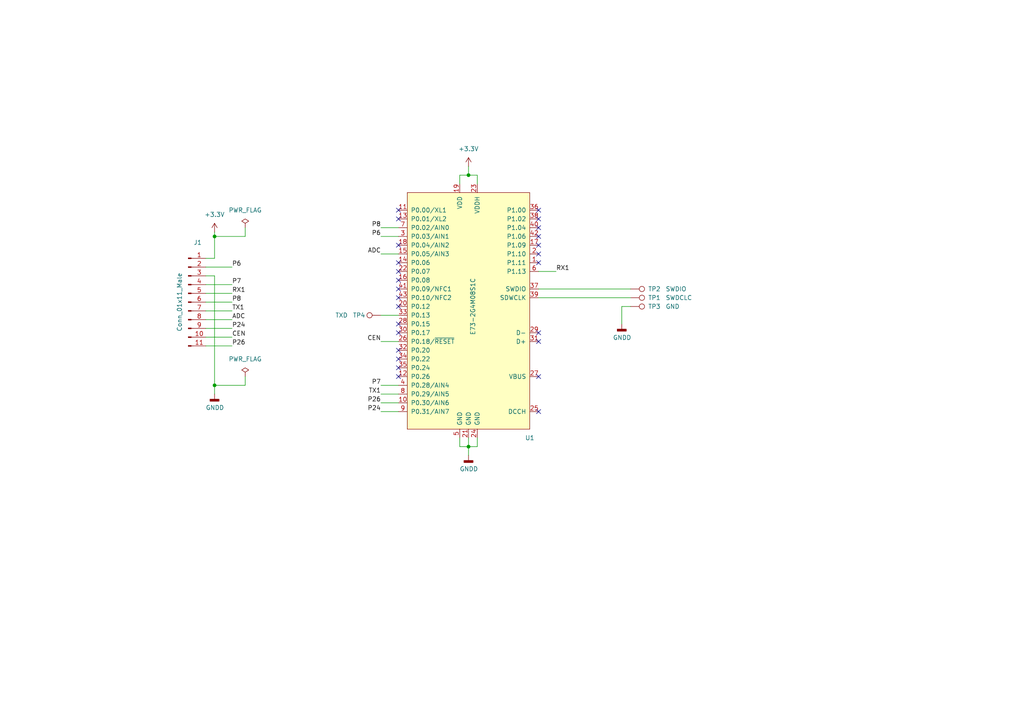
<source format=kicad_sch>
(kicad_sch (version 20211123) (generator eeschema)

  (uuid 51c4dc0a-5b9f-4edf-a83f-4a12881e42ef)

  (paper "A4")

  (lib_symbols
    (symbol "Connector:Conn_01x11_Male" (pin_names (offset 1.016) hide) (in_bom yes) (on_board yes)
      (property "Reference" "J" (id 0) (at 0 15.24 0)
        (effects (font (size 1.27 1.27)))
      )
      (property "Value" "Conn_01x11_Male" (id 1) (at 0 -15.24 0)
        (effects (font (size 1.27 1.27)))
      )
      (property "Footprint" "" (id 2) (at 0 0 0)
        (effects (font (size 1.27 1.27)) hide)
      )
      (property "Datasheet" "~" (id 3) (at 0 0 0)
        (effects (font (size 1.27 1.27)) hide)
      )
      (property "ki_keywords" "connector" (id 4) (at 0 0 0)
        (effects (font (size 1.27 1.27)) hide)
      )
      (property "ki_description" "Generic connector, single row, 01x11, script generated (kicad-library-utils/schlib/autogen/connector/)" (id 5) (at 0 0 0)
        (effects (font (size 1.27 1.27)) hide)
      )
      (property "ki_fp_filters" "Connector*:*_1x??_*" (id 6) (at 0 0 0)
        (effects (font (size 1.27 1.27)) hide)
      )
      (symbol "Conn_01x11_Male_1_1"
        (polyline
          (pts
            (xy 1.27 -12.7)
            (xy 0.8636 -12.7)
          )
          (stroke (width 0.1524) (type default) (color 0 0 0 0))
          (fill (type none))
        )
        (polyline
          (pts
            (xy 1.27 -10.16)
            (xy 0.8636 -10.16)
          )
          (stroke (width 0.1524) (type default) (color 0 0 0 0))
          (fill (type none))
        )
        (polyline
          (pts
            (xy 1.27 -7.62)
            (xy 0.8636 -7.62)
          )
          (stroke (width 0.1524) (type default) (color 0 0 0 0))
          (fill (type none))
        )
        (polyline
          (pts
            (xy 1.27 -5.08)
            (xy 0.8636 -5.08)
          )
          (stroke (width 0.1524) (type default) (color 0 0 0 0))
          (fill (type none))
        )
        (polyline
          (pts
            (xy 1.27 -2.54)
            (xy 0.8636 -2.54)
          )
          (stroke (width 0.1524) (type default) (color 0 0 0 0))
          (fill (type none))
        )
        (polyline
          (pts
            (xy 1.27 0)
            (xy 0.8636 0)
          )
          (stroke (width 0.1524) (type default) (color 0 0 0 0))
          (fill (type none))
        )
        (polyline
          (pts
            (xy 1.27 2.54)
            (xy 0.8636 2.54)
          )
          (stroke (width 0.1524) (type default) (color 0 0 0 0))
          (fill (type none))
        )
        (polyline
          (pts
            (xy 1.27 5.08)
            (xy 0.8636 5.08)
          )
          (stroke (width 0.1524) (type default) (color 0 0 0 0))
          (fill (type none))
        )
        (polyline
          (pts
            (xy 1.27 7.62)
            (xy 0.8636 7.62)
          )
          (stroke (width 0.1524) (type default) (color 0 0 0 0))
          (fill (type none))
        )
        (polyline
          (pts
            (xy 1.27 10.16)
            (xy 0.8636 10.16)
          )
          (stroke (width 0.1524) (type default) (color 0 0 0 0))
          (fill (type none))
        )
        (polyline
          (pts
            (xy 1.27 12.7)
            (xy 0.8636 12.7)
          )
          (stroke (width 0.1524) (type default) (color 0 0 0 0))
          (fill (type none))
        )
        (rectangle (start 0.8636 -12.573) (end 0 -12.827)
          (stroke (width 0.1524) (type default) (color 0 0 0 0))
          (fill (type outline))
        )
        (rectangle (start 0.8636 -10.033) (end 0 -10.287)
          (stroke (width 0.1524) (type default) (color 0 0 0 0))
          (fill (type outline))
        )
        (rectangle (start 0.8636 -7.493) (end 0 -7.747)
          (stroke (width 0.1524) (type default) (color 0 0 0 0))
          (fill (type outline))
        )
        (rectangle (start 0.8636 -4.953) (end 0 -5.207)
          (stroke (width 0.1524) (type default) (color 0 0 0 0))
          (fill (type outline))
        )
        (rectangle (start 0.8636 -2.413) (end 0 -2.667)
          (stroke (width 0.1524) (type default) (color 0 0 0 0))
          (fill (type outline))
        )
        (rectangle (start 0.8636 0.127) (end 0 -0.127)
          (stroke (width 0.1524) (type default) (color 0 0 0 0))
          (fill (type outline))
        )
        (rectangle (start 0.8636 2.667) (end 0 2.413)
          (stroke (width 0.1524) (type default) (color 0 0 0 0))
          (fill (type outline))
        )
        (rectangle (start 0.8636 5.207) (end 0 4.953)
          (stroke (width 0.1524) (type default) (color 0 0 0 0))
          (fill (type outline))
        )
        (rectangle (start 0.8636 7.747) (end 0 7.493)
          (stroke (width 0.1524) (type default) (color 0 0 0 0))
          (fill (type outline))
        )
        (rectangle (start 0.8636 10.287) (end 0 10.033)
          (stroke (width 0.1524) (type default) (color 0 0 0 0))
          (fill (type outline))
        )
        (rectangle (start 0.8636 12.827) (end 0 12.573)
          (stroke (width 0.1524) (type default) (color 0 0 0 0))
          (fill (type outline))
        )
        (pin passive line (at 5.08 12.7 180) (length 3.81)
          (name "Pin_1" (effects (font (size 1.27 1.27))))
          (number "1" (effects (font (size 1.27 1.27))))
        )
        (pin passive line (at 5.08 -10.16 180) (length 3.81)
          (name "Pin_10" (effects (font (size 1.27 1.27))))
          (number "10" (effects (font (size 1.27 1.27))))
        )
        (pin passive line (at 5.08 -12.7 180) (length 3.81)
          (name "Pin_11" (effects (font (size 1.27 1.27))))
          (number "11" (effects (font (size 1.27 1.27))))
        )
        (pin passive line (at 5.08 10.16 180) (length 3.81)
          (name "Pin_2" (effects (font (size 1.27 1.27))))
          (number "2" (effects (font (size 1.27 1.27))))
        )
        (pin passive line (at 5.08 7.62 180) (length 3.81)
          (name "Pin_3" (effects (font (size 1.27 1.27))))
          (number "3" (effects (font (size 1.27 1.27))))
        )
        (pin passive line (at 5.08 5.08 180) (length 3.81)
          (name "Pin_4" (effects (font (size 1.27 1.27))))
          (number "4" (effects (font (size 1.27 1.27))))
        )
        (pin passive line (at 5.08 2.54 180) (length 3.81)
          (name "Pin_5" (effects (font (size 1.27 1.27))))
          (number "5" (effects (font (size 1.27 1.27))))
        )
        (pin passive line (at 5.08 0 180) (length 3.81)
          (name "Pin_6" (effects (font (size 1.27 1.27))))
          (number "6" (effects (font (size 1.27 1.27))))
        )
        (pin passive line (at 5.08 -2.54 180) (length 3.81)
          (name "Pin_7" (effects (font (size 1.27 1.27))))
          (number "7" (effects (font (size 1.27 1.27))))
        )
        (pin passive line (at 5.08 -5.08 180) (length 3.81)
          (name "Pin_8" (effects (font (size 1.27 1.27))))
          (number "8" (effects (font (size 1.27 1.27))))
        )
        (pin passive line (at 5.08 -7.62 180) (length 3.81)
          (name "Pin_9" (effects (font (size 1.27 1.27))))
          (number "9" (effects (font (size 1.27 1.27))))
        )
      )
    )
    (symbol "Connector:TestPoint" (pin_numbers hide) (pin_names (offset 0.762) hide) (in_bom yes) (on_board yes)
      (property "Reference" "TP" (id 0) (at 0 6.858 0)
        (effects (font (size 1.27 1.27)))
      )
      (property "Value" "TestPoint" (id 1) (at 0 5.08 0)
        (effects (font (size 1.27 1.27)))
      )
      (property "Footprint" "" (id 2) (at 5.08 0 0)
        (effects (font (size 1.27 1.27)) hide)
      )
      (property "Datasheet" "~" (id 3) (at 5.08 0 0)
        (effects (font (size 1.27 1.27)) hide)
      )
      (property "ki_keywords" "test point tp" (id 4) (at 0 0 0)
        (effects (font (size 1.27 1.27)) hide)
      )
      (property "ki_description" "test point" (id 5) (at 0 0 0)
        (effects (font (size 1.27 1.27)) hide)
      )
      (property "ki_fp_filters" "Pin* Test*" (id 6) (at 0 0 0)
        (effects (font (size 1.27 1.27)) hide)
      )
      (symbol "TestPoint_0_1"
        (circle (center 0 3.302) (radius 0.762)
          (stroke (width 0) (type default) (color 0 0 0 0))
          (fill (type none))
        )
      )
      (symbol "TestPoint_1_1"
        (pin passive line (at 0 0 90) (length 2.54)
          (name "1" (effects (font (size 1.27 1.27))))
          (number "1" (effects (font (size 1.27 1.27))))
        )
      )
    )
    (symbol "nrf5:E73-2G4M08S1C" (pin_names (offset 1.016)) (in_bom yes) (on_board yes)
      (property "Reference" "U" (id 0) (at -15.24 -38.1 0)
        (effects (font (size 1.27 1.27)))
      )
      (property "Value" "E73-2G4M08S1C" (id 1) (at 0 0 90)
        (effects (font (size 1.27 1.27)))
      )
      (property "Footprint" "" (id 2) (at 0 0 0)
        (effects (font (size 1.27 1.27)) hide)
      )
      (property "Datasheet" "" (id 3) (at 0 0 0)
        (effects (font (size 1.27 1.27)) hide)
      )
      (property "ki_fp_filters" "E73-2G4M08S1C" (id 4) (at 0 0 0)
        (effects (font (size 1.27 1.27)) hide)
      )
      (symbol "E73-2G4M08S1C_0_1"
        (rectangle (start -17.78 33.02) (end 17.78 -35.56)
          (stroke (width 0) (type default) (color 0 0 0 0))
          (fill (type background))
        )
      )
      (symbol "E73-2G4M08S1C_1_1"
        (pin bidirectional line (at 20.32 12.7 180) (length 2.54)
          (name "P1.11" (effects (font (size 1.27 1.27))))
          (number "1" (effects (font (size 1.27 1.27))))
        )
        (pin bidirectional line (at -20.32 -27.94 0) (length 2.54)
          (name "P0.30/AIN6" (effects (font (size 1.27 1.27))))
          (number "10" (effects (font (size 1.27 1.27))))
        )
        (pin bidirectional line (at -20.32 27.94 0) (length 2.54)
          (name "P0.00/XL1" (effects (font (size 1.27 1.27))))
          (number "11" (effects (font (size 1.27 1.27))))
        )
        (pin bidirectional line (at -20.32 -20.32 0) (length 2.54)
          (name "P0.26" (effects (font (size 1.27 1.27))))
          (number "12" (effects (font (size 1.27 1.27))))
        )
        (pin bidirectional line (at -20.32 25.4 0) (length 2.54)
          (name "P0.01/XL2" (effects (font (size 1.27 1.27))))
          (number "13" (effects (font (size 1.27 1.27))))
        )
        (pin bidirectional line (at -20.32 12.7 0) (length 2.54)
          (name "P0.06" (effects (font (size 1.27 1.27))))
          (number "14" (effects (font (size 1.27 1.27))))
        )
        (pin bidirectional line (at -20.32 15.24 0) (length 2.54)
          (name "P0.05/AIN3" (effects (font (size 1.27 1.27))))
          (number "15" (effects (font (size 1.27 1.27))))
        )
        (pin bidirectional line (at -20.32 7.62 0) (length 2.54)
          (name "P0.08" (effects (font (size 1.27 1.27))))
          (number "16" (effects (font (size 1.27 1.27))))
        )
        (pin bidirectional line (at 20.32 17.78 180) (length 2.54)
          (name "P1.09" (effects (font (size 1.27 1.27))))
          (number "17" (effects (font (size 1.27 1.27))))
        )
        (pin bidirectional line (at -20.32 17.78 0) (length 2.54)
          (name "P0.04/AIN2" (effects (font (size 1.27 1.27))))
          (number "18" (effects (font (size 1.27 1.27))))
        )
        (pin power_in line (at -2.54 35.56 270) (length 2.54)
          (name "VDD" (effects (font (size 1.27 1.27))))
          (number "19" (effects (font (size 1.27 1.27))))
        )
        (pin bidirectional line (at 20.32 15.24 180) (length 2.54)
          (name "P1.10" (effects (font (size 1.27 1.27))))
          (number "2" (effects (font (size 1.27 1.27))))
        )
        (pin bidirectional line (at -20.32 0 0) (length 2.54)
          (name "P0.12" (effects (font (size 1.27 1.27))))
          (number "20" (effects (font (size 1.27 1.27))))
        )
        (pin power_in line (at 0 -38.1 90) (length 2.54)
          (name "GND" (effects (font (size 1.27 1.27))))
          (number "21" (effects (font (size 1.27 1.27))))
        )
        (pin bidirectional line (at -20.32 10.16 0) (length 2.54)
          (name "P0.07" (effects (font (size 1.27 1.27))))
          (number "22" (effects (font (size 1.27 1.27))))
        )
        (pin power_in line (at 2.54 35.56 270) (length 2.54)
          (name "VDDH" (effects (font (size 1.27 1.27))))
          (number "23" (effects (font (size 1.27 1.27))))
        )
        (pin power_in line (at 2.54 -38.1 90) (length 2.54)
          (name "GND" (effects (font (size 1.27 1.27))))
          (number "24" (effects (font (size 1.27 1.27))))
        )
        (pin power_out line (at 20.32 -30.48 180) (length 2.54)
          (name "DCCH" (effects (font (size 1.27 1.27))))
          (number "25" (effects (font (size 1.27 1.27))))
        )
        (pin bidirectional line (at -20.32 -10.16 0) (length 2.54)
          (name "P0.18/~{RESET}" (effects (font (size 1.27 1.27))))
          (number "26" (effects (font (size 1.27 1.27))))
        )
        (pin power_in line (at 20.32 -20.32 180) (length 2.54)
          (name "VBUS" (effects (font (size 1.27 1.27))))
          (number "27" (effects (font (size 1.27 1.27))))
        )
        (pin bidirectional line (at -20.32 -5.08 0) (length 2.54)
          (name "P0.15" (effects (font (size 1.27 1.27))))
          (number "28" (effects (font (size 1.27 1.27))))
        )
        (pin bidirectional line (at 20.32 -7.62 180) (length 2.54)
          (name "D-" (effects (font (size 1.27 1.27))))
          (number "29" (effects (font (size 1.27 1.27))))
        )
        (pin bidirectional line (at -20.32 20.32 0) (length 2.54)
          (name "P0.03/AIN1" (effects (font (size 1.27 1.27))))
          (number "3" (effects (font (size 1.27 1.27))))
        )
        (pin bidirectional line (at -20.32 -7.62 0) (length 2.54)
          (name "P0.17" (effects (font (size 1.27 1.27))))
          (number "30" (effects (font (size 1.27 1.27))))
        )
        (pin bidirectional line (at 20.32 -10.16 180) (length 2.54)
          (name "D+" (effects (font (size 1.27 1.27))))
          (number "31" (effects (font (size 1.27 1.27))))
        )
        (pin bidirectional line (at -20.32 -12.7 0) (length 2.54)
          (name "P0.20" (effects (font (size 1.27 1.27))))
          (number "32" (effects (font (size 1.27 1.27))))
        )
        (pin bidirectional line (at -20.32 -2.54 0) (length 2.54)
          (name "P0.13" (effects (font (size 1.27 1.27))))
          (number "33" (effects (font (size 1.27 1.27))))
        )
        (pin bidirectional line (at -20.32 -15.24 0) (length 2.54)
          (name "P0.22" (effects (font (size 1.27 1.27))))
          (number "34" (effects (font (size 1.27 1.27))))
        )
        (pin bidirectional line (at -20.32 -17.78 0) (length 2.54)
          (name "P0.24" (effects (font (size 1.27 1.27))))
          (number "35" (effects (font (size 1.27 1.27))))
        )
        (pin bidirectional line (at 20.32 27.94 180) (length 2.54)
          (name "P1.00" (effects (font (size 1.27 1.27))))
          (number "36" (effects (font (size 1.27 1.27))))
        )
        (pin bidirectional line (at 20.32 5.08 180) (length 2.54)
          (name "SWDIO" (effects (font (size 1.27 1.27))))
          (number "37" (effects (font (size 1.27 1.27))))
        )
        (pin bidirectional line (at 20.32 25.4 180) (length 2.54)
          (name "P1.02" (effects (font (size 1.27 1.27))))
          (number "38" (effects (font (size 1.27 1.27))))
        )
        (pin input line (at 20.32 2.54 180) (length 2.54)
          (name "SDWCLK" (effects (font (size 1.27 1.27))))
          (number "39" (effects (font (size 1.27 1.27))))
        )
        (pin bidirectional line (at -20.32 -22.86 0) (length 2.54)
          (name "P0.28/AIN4" (effects (font (size 1.27 1.27))))
          (number "4" (effects (font (size 1.27 1.27))))
        )
        (pin bidirectional line (at 20.32 22.86 180) (length 2.54)
          (name "P1.04" (effects (font (size 1.27 1.27))))
          (number "40" (effects (font (size 1.27 1.27))))
        )
        (pin bidirectional line (at -20.32 5.08 0) (length 2.54)
          (name "P0.09/NFC1" (effects (font (size 1.27 1.27))))
          (number "41" (effects (font (size 1.27 1.27))))
        )
        (pin bidirectional line (at 20.32 20.32 180) (length 2.54)
          (name "P1.06" (effects (font (size 1.27 1.27))))
          (number "42" (effects (font (size 1.27 1.27))))
        )
        (pin bidirectional line (at -20.32 2.54 0) (length 2.54)
          (name "P0.10/NFC2" (effects (font (size 1.27 1.27))))
          (number "43" (effects (font (size 1.27 1.27))))
        )
        (pin power_in line (at -2.54 -38.1 90) (length 2.54)
          (name "GND" (effects (font (size 1.27 1.27))))
          (number "5" (effects (font (size 1.27 1.27))))
        )
        (pin bidirectional line (at 20.32 10.16 180) (length 2.54)
          (name "P1.13" (effects (font (size 1.27 1.27))))
          (number "6" (effects (font (size 1.27 1.27))))
        )
        (pin bidirectional line (at -20.32 22.86 0) (length 2.54)
          (name "P0.02/AIN0" (effects (font (size 1.27 1.27))))
          (number "7" (effects (font (size 1.27 1.27))))
        )
        (pin bidirectional line (at -20.32 -25.4 0) (length 2.54)
          (name "P0.29/AIN5" (effects (font (size 1.27 1.27))))
          (number "8" (effects (font (size 1.27 1.27))))
        )
        (pin bidirectional line (at -20.32 -30.48 0) (length 2.54)
          (name "P0.31/AIN7" (effects (font (size 1.27 1.27))))
          (number "9" (effects (font (size 1.27 1.27))))
        )
      )
    )
    (symbol "power:+3.3V" (power) (pin_names (offset 0)) (in_bom yes) (on_board yes)
      (property "Reference" "#PWR" (id 0) (at 0 -3.81 0)
        (effects (font (size 1.27 1.27)) hide)
      )
      (property "Value" "+3.3V" (id 1) (at 0 3.556 0)
        (effects (font (size 1.27 1.27)))
      )
      (property "Footprint" "" (id 2) (at 0 0 0)
        (effects (font (size 1.27 1.27)) hide)
      )
      (property "Datasheet" "" (id 3) (at 0 0 0)
        (effects (font (size 1.27 1.27)) hide)
      )
      (property "ki_keywords" "power-flag" (id 4) (at 0 0 0)
        (effects (font (size 1.27 1.27)) hide)
      )
      (property "ki_description" "Power symbol creates a global label with name \"+3.3V\"" (id 5) (at 0 0 0)
        (effects (font (size 1.27 1.27)) hide)
      )
      (symbol "+3.3V_0_1"
        (polyline
          (pts
            (xy -0.762 1.27)
            (xy 0 2.54)
          )
          (stroke (width 0) (type default) (color 0 0 0 0))
          (fill (type none))
        )
        (polyline
          (pts
            (xy 0 0)
            (xy 0 2.54)
          )
          (stroke (width 0) (type default) (color 0 0 0 0))
          (fill (type none))
        )
        (polyline
          (pts
            (xy 0 2.54)
            (xy 0.762 1.27)
          )
          (stroke (width 0) (type default) (color 0 0 0 0))
          (fill (type none))
        )
      )
      (symbol "+3.3V_1_1"
        (pin power_in line (at 0 0 90) (length 0) hide
          (name "+3.3V" (effects (font (size 1.27 1.27))))
          (number "1" (effects (font (size 1.27 1.27))))
        )
      )
    )
    (symbol "power:GNDD" (power) (pin_names (offset 0)) (in_bom yes) (on_board yes)
      (property "Reference" "#PWR" (id 0) (at 0 -6.35 0)
        (effects (font (size 1.27 1.27)) hide)
      )
      (property "Value" "GNDD" (id 1) (at 0 -3.175 0)
        (effects (font (size 1.27 1.27)))
      )
      (property "Footprint" "" (id 2) (at 0 0 0)
        (effects (font (size 1.27 1.27)) hide)
      )
      (property "Datasheet" "" (id 3) (at 0 0 0)
        (effects (font (size 1.27 1.27)) hide)
      )
      (property "ki_keywords" "power-flag" (id 4) (at 0 0 0)
        (effects (font (size 1.27 1.27)) hide)
      )
      (property "ki_description" "Power symbol creates a global label with name \"GNDD\" , digital ground" (id 5) (at 0 0 0)
        (effects (font (size 1.27 1.27)) hide)
      )
      (symbol "GNDD_0_1"
        (rectangle (start -1.27 -1.524) (end 1.27 -2.032)
          (stroke (width 0.254) (type default) (color 0 0 0 0))
          (fill (type outline))
        )
        (polyline
          (pts
            (xy 0 0)
            (xy 0 -1.524)
          )
          (stroke (width 0) (type default) (color 0 0 0 0))
          (fill (type none))
        )
      )
      (symbol "GNDD_1_1"
        (pin power_in line (at 0 0 270) (length 0) hide
          (name "GNDD" (effects (font (size 1.27 1.27))))
          (number "1" (effects (font (size 1.27 1.27))))
        )
      )
    )
    (symbol "power:PWR_FLAG" (power) (pin_numbers hide) (pin_names (offset 0) hide) (in_bom yes) (on_board yes)
      (property "Reference" "#FLG" (id 0) (at 0 1.905 0)
        (effects (font (size 1.27 1.27)) hide)
      )
      (property "Value" "PWR_FLAG" (id 1) (at 0 3.81 0)
        (effects (font (size 1.27 1.27)))
      )
      (property "Footprint" "" (id 2) (at 0 0 0)
        (effects (font (size 1.27 1.27)) hide)
      )
      (property "Datasheet" "~" (id 3) (at 0 0 0)
        (effects (font (size 1.27 1.27)) hide)
      )
      (property "ki_keywords" "power-flag" (id 4) (at 0 0 0)
        (effects (font (size 1.27 1.27)) hide)
      )
      (property "ki_description" "Special symbol for telling ERC where power comes from" (id 5) (at 0 0 0)
        (effects (font (size 1.27 1.27)) hide)
      )
      (symbol "PWR_FLAG_0_0"
        (pin power_out line (at 0 0 90) (length 0)
          (name "pwr" (effects (font (size 1.27 1.27))))
          (number "1" (effects (font (size 1.27 1.27))))
        )
      )
      (symbol "PWR_FLAG_0_1"
        (polyline
          (pts
            (xy 0 0)
            (xy 0 1.27)
            (xy -1.016 1.905)
            (xy 0 2.54)
            (xy 1.016 1.905)
            (xy 0 1.27)
          )
          (stroke (width 0) (type default) (color 0 0 0 0))
          (fill (type none))
        )
      )
    )
  )


  (junction (at 135.89 129.54) (diameter 0) (color 0 0 0 0)
    (uuid 0d0bb7b2-a6e5-46d2-9492-a1aa6e5a7b2f)
  )
  (junction (at 62.23 68.58) (diameter 0) (color 0 0 0 0)
    (uuid 1b9b7c7b-49ec-4598-a039-83ef57d57257)
  )
  (junction (at 135.89 50.8) (diameter 0) (color 0 0 0 0)
    (uuid c1d83899-e380-49f9-a87d-8e78bc089ebf)
  )
  (junction (at 62.23 111.76) (diameter 0) (color 0 0 0 0)
    (uuid f537c6cd-ff6c-4a26-b76e-edf3128f79ac)
  )

  (no_connect (at 115.57 71.12) (uuid 03c52831-5dc5-43c5-a442-8d23643b46fb))
  (no_connect (at 115.57 106.68) (uuid 0923b82e-468b-4a48-b204-ed7502b19d36))
  (no_connect (at 115.57 78.74) (uuid 0b21a65d-d20b-411e-920a-75c343ac5136))
  (no_connect (at 115.57 101.6) (uuid 0eaa98f0-9565-4637-ace3-42a5231b07f7))
  (no_connect (at 115.57 63.5) (uuid 0f22151c-f260-4674-b486-4710a2c42a55))
  (no_connect (at 156.21 99.06) (uuid 1860e030-7a36-4298-b7fc-a16d48ab15ba))
  (no_connect (at 115.57 86.36) (uuid 29e78086-2175-405e-9ba3-c48766d2f50c))
  (no_connect (at 156.21 71.12) (uuid 2d210a96-f81f-42a9-8bf4-1b43c11086f3))
  (no_connect (at 115.57 76.2) (uuid 3cd1bda0-18db-417d-b581-a0c50623df68))
  (no_connect (at 156.21 96.52) (uuid 3dcc657b-55a1-48e0-9667-e01e7b6b08b5))
  (no_connect (at 156.21 63.5) (uuid 666713b0-70f4-42df-8761-f65bc212d03b))
  (no_connect (at 156.21 66.04) (uuid 6c2e273e-743c-4f1e-a647-4171f8122550))
  (no_connect (at 115.57 104.14) (uuid 704d6d51-bb34-4cbf-83d8-841e208048d8))
  (no_connect (at 156.21 60.96) (uuid 7dc880bc-e7eb-4cce-8d8c-0b65a9dd788e))
  (no_connect (at 115.57 88.9) (uuid 9340c285-5767-42d5-8b6d-63fe2a40ddf3))
  (no_connect (at 156.21 73.66) (uuid 9bb20359-0f8b-45bc-9d38-6626ed3a939d))
  (no_connect (at 156.21 76.2) (uuid aa14c3bd-4acc-4908-9d28-228585a22a9d))
  (no_connect (at 156.21 119.38) (uuid b6270a28-e0d9-4655-a18a-03dbf007b940))
  (no_connect (at 115.57 93.98) (uuid c41b3c8b-634e-435a-b582-96b83bbd4032))
  (no_connect (at 115.57 60.96) (uuid c491fe46-da52-4f55-9f6f-ce620f2dc962))
  (no_connect (at 115.57 96.52) (uuid ce83728b-bebd-48c2-8734-b6a50d837931))
  (no_connect (at 115.57 83.82) (uuid d57dcfee-5058-4fc2-a68b-05f9a48f685b))
  (no_connect (at 156.21 68.58) (uuid e857610b-4434-4144-b04e-43c1ebdc5ceb))
  (no_connect (at 156.21 109.22) (uuid f3490fa5-5a27-423b-af60-53609669542c))
  (no_connect (at 115.57 109.22) (uuid fd470e95-4861-44fe-b1e4-6d8a7c66e144))
  (no_connect (at 115.57 81.28) (uuid fe8d9267-7834-48d6-a191-c8724b2ee78d))

  (wire (pts (xy 135.89 129.54) (xy 135.89 127))
    (stroke (width 0) (type default) (color 0 0 0 0))
    (uuid 0147f16a-c952-4891-8f53-a9fb8cddeb8d)
  )
  (wire (pts (xy 62.23 74.93) (xy 62.23 68.58))
    (stroke (width 0) (type default) (color 0 0 0 0))
    (uuid 10109f84-4940-47f8-8640-91f185ac9bc1)
  )
  (wire (pts (xy 62.23 111.76) (xy 71.12 111.76))
    (stroke (width 0) (type default) (color 0 0 0 0))
    (uuid 1149b135-5e44-4e65-9fa6-88bdd7c8a7a5)
  )
  (wire (pts (xy 115.57 119.38) (xy 110.49 119.38))
    (stroke (width 0) (type default) (color 0 0 0 0))
    (uuid 26bf65d6-63ef-433b-b8d0-980070ee8d37)
  )
  (wire (pts (xy 115.57 116.84) (xy 110.49 116.84))
    (stroke (width 0) (type default) (color 0 0 0 0))
    (uuid 270872d9-0199-4e6d-9cec-b697d41a9e6a)
  )
  (wire (pts (xy 59.69 90.17) (xy 67.31 90.17))
    (stroke (width 0) (type default) (color 0 0 0 0))
    (uuid 2913544e-b03a-4193-ae9d-a9fd176dc7a1)
  )
  (wire (pts (xy 110.49 99.06) (xy 115.57 99.06))
    (stroke (width 0) (type default) (color 0 0 0 0))
    (uuid 3ab24ad3-0ee9-4c2f-bc02-c296abee1dae)
  )
  (wire (pts (xy 115.57 66.04) (xy 110.49 66.04))
    (stroke (width 0) (type default) (color 0 0 0 0))
    (uuid 42382426-0bce-413e-949d-218ec9f17719)
  )
  (wire (pts (xy 161.29 78.74) (xy 156.21 78.74))
    (stroke (width 0) (type default) (color 0 0 0 0))
    (uuid 434acc2d-a353-4ec2-a7f0-f01596b2e0ff)
  )
  (wire (pts (xy 138.43 50.8) (xy 138.43 53.34))
    (stroke (width 0) (type default) (color 0 0 0 0))
    (uuid 4e3d7c0d-12e3-42f2-b944-e4bcdbbcac2a)
  )
  (wire (pts (xy 59.69 82.55) (xy 67.31 82.55))
    (stroke (width 0) (type default) (color 0 0 0 0))
    (uuid 5038e144-5119-49db-b6cf-f7c345f1cf03)
  )
  (wire (pts (xy 59.69 95.25) (xy 67.31 95.25))
    (stroke (width 0) (type default) (color 0 0 0 0))
    (uuid 54365317-1355-4216-bb75-829375abc4ec)
  )
  (wire (pts (xy 62.23 80.01) (xy 62.23 111.76))
    (stroke (width 0) (type default) (color 0 0 0 0))
    (uuid 55e740a3-0735-4744-896e-2bf5437093b9)
  )
  (wire (pts (xy 133.35 53.34) (xy 133.35 50.8))
    (stroke (width 0) (type default) (color 0 0 0 0))
    (uuid 5b2b5c7d-f943-4634-9f0a-e9561705c49d)
  )
  (wire (pts (xy 59.69 92.71) (xy 67.31 92.71))
    (stroke (width 0) (type default) (color 0 0 0 0))
    (uuid 5e89d8fd-f21c-46ca-9645-646c7d4d705b)
  )
  (wire (pts (xy 133.35 129.54) (xy 135.89 129.54))
    (stroke (width 0) (type default) (color 0 0 0 0))
    (uuid 6a44418c-7bb4-4e99-8836-57f153c19721)
  )
  (wire (pts (xy 110.49 91.44) (xy 115.57 91.44))
    (stroke (width 0) (type default) (color 0 0 0 0))
    (uuid 70c35792-96a3-4a40-a18a-e91fa8585829)
  )
  (wire (pts (xy 59.69 74.93) (xy 62.23 74.93))
    (stroke (width 0) (type default) (color 0 0 0 0))
    (uuid 71c31975-2c45-4d18-a25a-18e07a55d11e)
  )
  (wire (pts (xy 156.21 86.36) (xy 182.88 86.36))
    (stroke (width 0) (type default) (color 0 0 0 0))
    (uuid 76c074b8-aa40-41ef-beda-ae5582aadca3)
  )
  (wire (pts (xy 156.21 83.82) (xy 182.88 83.82))
    (stroke (width 0) (type default) (color 0 0 0 0))
    (uuid 78cbdd6c-4878-4cc5-9a58-0e506478e37d)
  )
  (wire (pts (xy 115.57 111.76) (xy 110.49 111.76))
    (stroke (width 0) (type default) (color 0 0 0 0))
    (uuid 7f25608a-712a-4616-b72e-59827d3c73a2)
  )
  (wire (pts (xy 135.89 129.54) (xy 135.89 132.08))
    (stroke (width 0) (type default) (color 0 0 0 0))
    (uuid 8322f275-268c-4e87-a69f-4cfbf05e747f)
  )
  (wire (pts (xy 59.69 77.47) (xy 67.31 77.47))
    (stroke (width 0) (type default) (color 0 0 0 0))
    (uuid 87371631-aa02-498a-998a-09bdb74784c1)
  )
  (wire (pts (xy 180.34 88.9) (xy 182.88 88.9))
    (stroke (width 0) (type default) (color 0 0 0 0))
    (uuid 88eaf8d9-c084-419e-b7a9-c1bcfcab3ebf)
  )
  (wire (pts (xy 115.57 73.66) (xy 110.49 73.66))
    (stroke (width 0) (type default) (color 0 0 0 0))
    (uuid 8f3e9957-0614-49d2-8aca-9eee193e6d24)
  )
  (wire (pts (xy 59.69 85.09) (xy 67.31 85.09))
    (stroke (width 0) (type default) (color 0 0 0 0))
    (uuid 97d859c9-3354-467f-b127-7b7fc43f0301)
  )
  (wire (pts (xy 135.89 50.8) (xy 135.89 48.26))
    (stroke (width 0) (type default) (color 0 0 0 0))
    (uuid 983c426c-24e0-4c65-ab69-1f1824adc5c6)
  )
  (wire (pts (xy 59.69 97.79) (xy 67.31 97.79))
    (stroke (width 0) (type default) (color 0 0 0 0))
    (uuid 9c70e6c3-0c8e-4207-b510-81788b50ce83)
  )
  (wire (pts (xy 133.35 127) (xy 133.35 129.54))
    (stroke (width 0) (type default) (color 0 0 0 0))
    (uuid aa02e544-13f5-4cf8-a5f4-3e6cda006090)
  )
  (wire (pts (xy 59.69 87.63) (xy 67.31 87.63))
    (stroke (width 0) (type default) (color 0 0 0 0))
    (uuid ac264c30-3e9a-4be2-b97a-9949b68bd497)
  )
  (wire (pts (xy 71.12 66.04) (xy 71.12 68.58))
    (stroke (width 0) (type default) (color 0 0 0 0))
    (uuid ad4fa860-3fd4-481a-9dbc-ae8095d37535)
  )
  (wire (pts (xy 133.35 50.8) (xy 135.89 50.8))
    (stroke (width 0) (type default) (color 0 0 0 0))
    (uuid c70d9ef3-bfeb-47e0-a1e1-9aeba3da7864)
  )
  (wire (pts (xy 135.89 129.54) (xy 138.43 129.54))
    (stroke (width 0) (type default) (color 0 0 0 0))
    (uuid d1262c4d-2245-4c4f-8f35-7bb32cd9e21e)
  )
  (wire (pts (xy 138.43 129.54) (xy 138.43 127))
    (stroke (width 0) (type default) (color 0 0 0 0))
    (uuid d22e95aa-f3db-4fbc-a331-048a2523233e)
  )
  (wire (pts (xy 115.57 68.58) (xy 110.49 68.58))
    (stroke (width 0) (type default) (color 0 0 0 0))
    (uuid d2da4b4b-de16-4a40-9388-f06d7d15362b)
  )
  (wire (pts (xy 62.23 68.58) (xy 71.12 68.58))
    (stroke (width 0) (type default) (color 0 0 0 0))
    (uuid e773921b-2212-46e1-a77b-46b894f78435)
  )
  (wire (pts (xy 180.34 93.98) (xy 180.34 88.9))
    (stroke (width 0) (type default) (color 0 0 0 0))
    (uuid e8b3a258-02c1-4f90-bfd1-0f6d8b488495)
  )
  (wire (pts (xy 135.89 50.8) (xy 138.43 50.8))
    (stroke (width 0) (type default) (color 0 0 0 0))
    (uuid e9bb29b2-2bb9-4ea2-acd9-2bb3ca677a12)
  )
  (wire (pts (xy 59.69 100.33) (xy 67.31 100.33))
    (stroke (width 0) (type default) (color 0 0 0 0))
    (uuid ebebe6e1-ff57-4a24-b799-d67652d57cdc)
  )
  (wire (pts (xy 62.23 68.58) (xy 62.23 67.31))
    (stroke (width 0) (type default) (color 0 0 0 0))
    (uuid eec9843e-67b1-42ab-8744-30e4a517f6d3)
  )
  (wire (pts (xy 115.57 114.3) (xy 110.49 114.3))
    (stroke (width 0) (type default) (color 0 0 0 0))
    (uuid f25cb705-afb7-415c-ac1a-e7b453a6e915)
  )
  (wire (pts (xy 71.12 109.22) (xy 71.12 111.76))
    (stroke (width 0) (type default) (color 0 0 0 0))
    (uuid f3a6639f-753f-4dbf-ac86-b2b06d9c25cd)
  )
  (wire (pts (xy 59.69 80.01) (xy 62.23 80.01))
    (stroke (width 0) (type default) (color 0 0 0 0))
    (uuid f4f99e3d-7269-4f6a-a759-16ad2a258779)
  )
  (wire (pts (xy 62.23 111.76) (xy 62.23 114.3))
    (stroke (width 0) (type default) (color 0 0 0 0))
    (uuid f58c44b8-2076-4755-a954-d9ecd114bfd9)
  )

  (label "TX1" (at 67.31 90.17 0)
    (effects (font (size 1.27 1.27)) (justify left bottom))
    (uuid 03334d49-ea35-4087-be36-c816ce2e980c)
  )
  (label "P7" (at 67.31 82.55 0)
    (effects (font (size 1.27 1.27)) (justify left bottom))
    (uuid 080eed51-1789-473a-afc1-658a031639af)
  )
  (label "P8" (at 110.49 66.04 180)
    (effects (font (size 1.27 1.27)) (justify right bottom))
    (uuid 0d0d7636-0aaf-4e83-a26e-140b5e50dcbd)
  )
  (label "P6" (at 67.31 77.47 0)
    (effects (font (size 1.27 1.27)) (justify left bottom))
    (uuid 1edd83c0-3bf0-4b03-b36e-99988c43cafe)
  )
  (label "RX1" (at 161.29 78.74 0)
    (effects (font (size 1.27 1.27)) (justify left bottom))
    (uuid 2a28be74-2eed-4a47-987a-124c735b35c8)
  )
  (label "P7" (at 110.49 111.76 180)
    (effects (font (size 1.27 1.27)) (justify right bottom))
    (uuid 5b965a2c-b30f-4e96-b08b-c3337caecba3)
  )
  (label "ADC" (at 67.31 92.71 0)
    (effects (font (size 1.27 1.27)) (justify left bottom))
    (uuid 5dc26d7d-9897-4ebd-8daa-911550ce2425)
  )
  (label "TX1" (at 110.49 114.3 180)
    (effects (font (size 1.27 1.27)) (justify right bottom))
    (uuid 602ca8b2-8d08-4e19-b45e-8d3e34875c55)
  )
  (label "ADC" (at 110.49 73.66 180)
    (effects (font (size 1.27 1.27)) (justify right bottom))
    (uuid 6b2c1fea-7173-444b-91eb-c9e2ee7b4780)
  )
  (label "P8" (at 67.31 87.63 0)
    (effects (font (size 1.27 1.27)) (justify left bottom))
    (uuid 7da12b2a-0680-4a11-89a8-d931c6d6cbb0)
  )
  (label "P26" (at 110.49 116.84 180)
    (effects (font (size 1.27 1.27)) (justify right bottom))
    (uuid 83df66d6-96b2-445f-a922-06e5cd496c23)
  )
  (label "RX1" (at 67.31 85.09 0)
    (effects (font (size 1.27 1.27)) (justify left bottom))
    (uuid 88b1db2f-f587-4d94-954c-c9ef68617c9e)
  )
  (label "P24" (at 67.31 95.25 0)
    (effects (font (size 1.27 1.27)) (justify left bottom))
    (uuid 8939206d-d801-4f90-8b1f-f48d07c50a33)
  )
  (label "P24" (at 110.49 119.38 180)
    (effects (font (size 1.27 1.27)) (justify right bottom))
    (uuid 97df5c05-8add-42b4-b256-fb6e60b37567)
  )
  (label "P6" (at 110.49 68.58 180)
    (effects (font (size 1.27 1.27)) (justify right bottom))
    (uuid b8a88096-bbd1-4b0e-b40c-fde11f41e406)
  )
  (label "CEN" (at 110.49 99.06 180)
    (effects (font (size 1.27 1.27)) (justify right bottom))
    (uuid cfa8eef1-554a-4d96-ac27-bf5c46c1c6f7)
  )
  (label "P26" (at 67.31 100.33 0)
    (effects (font (size 1.27 1.27)) (justify left bottom))
    (uuid d5875640-5102-4a60-89b8-76d0ad16da0f)
  )
  (label "CEN" (at 67.31 97.79 0)
    (effects (font (size 1.27 1.27)) (justify left bottom))
    (uuid fca88ab2-f056-43df-9221-4b6144d6f81c)
  )

  (symbol (lib_id "Connector:Conn_01x11_Male") (at 54.61 87.63 0) (unit 1)
    (in_bom yes) (on_board yes)
    (uuid 00000000-0000-0000-0000-0000616c67cd)
    (property "Reference" "J1" (id 0) (at 57.3532 70.3326 0))
    (property "Value" "Conn_01x11_Male" (id 1) (at 52.07 87.63 90))
    (property "Footprint" "nrf52_cb2s_inv:TY-WB2S_conn" (id 2) (at 54.61 87.63 0)
      (effects (font (size 1.27 1.27)) hide)
    )
    (property "Datasheet" "~" (id 3) (at 54.61 87.63 0)
      (effects (font (size 1.27 1.27)) hide)
    )
    (pin "1" (uuid bef92831-e34d-407c-9216-924054fb90fd))
    (pin "10" (uuid 114c0ad2-48c2-4a36-a6ac-996bda490c92))
    (pin "11" (uuid 9bae484b-0736-4032-8e13-f5e19e85cea5))
    (pin "2" (uuid 76db76de-12e8-4e99-ae11-5bd1eb7b8b1d))
    (pin "3" (uuid 917af90a-cc50-46da-b231-04af48f69962))
    (pin "4" (uuid 6cb0bfd5-1840-4256-829b-0a434e9cc4da))
    (pin "5" (uuid 2c502e12-19b7-4b74-9fe7-c6993bc34a59))
    (pin "6" (uuid 6897ac08-8792-42bd-a567-79892641ba71))
    (pin "7" (uuid d0f71b39-e647-4db4-aed6-d2ac342ac9db))
    (pin "8" (uuid af24dc04-a015-475f-8375-9ed80026f65a))
    (pin "9" (uuid 05225837-60cb-46ba-890e-44c32c2cdf8b))
  )

  (symbol (lib_id "nrf5:E73-2G4M08S1C") (at 135.89 88.9 0) (unit 1)
    (in_bom yes) (on_board yes)
    (uuid 00000000-0000-0000-0000-0000616c9513)
    (property "Reference" "U1" (id 0) (at 153.67 127 0))
    (property "Value" "E73-2G4M08S1C" (id 1) (at 137.16 88.9 90))
    (property "Footprint" "nrf5:E73-2G4M08S1C" (id 2) (at 135.89 88.9 0)
      (effects (font (size 1.27 1.27)) hide)
    )
    (property "Datasheet" "" (id 3) (at 135.89 88.9 0)
      (effects (font (size 1.27 1.27)) hide)
    )
    (pin "1" (uuid f651eb1d-6032-4461-a4c6-b3851a4abb2c))
    (pin "10" (uuid 6db4b0e2-2878-4810-a65f-f8f880c4cb95))
    (pin "11" (uuid 9d3545bb-4848-4d9f-a3e2-b087c5a7b710))
    (pin "12" (uuid bdccf0ff-3344-434a-a650-8e5899794311))
    (pin "13" (uuid 2c8e825d-6b3d-41c0-a78b-d002906b71c4))
    (pin "14" (uuid 1f70f301-365b-4bf3-883c-59357e017501))
    (pin "15" (uuid 5d3109c3-af88-4052-91c9-ebca37e2bef0))
    (pin "16" (uuid e0578357-4dd3-4a10-b08b-9f0eb05be146))
    (pin "17" (uuid aa402c32-bc32-4c87-8324-7695fad8e379))
    (pin "18" (uuid 89bab1ec-7b06-4cde-aad6-c05ecfe09008))
    (pin "19" (uuid 8849523f-7a7f-4ff3-9ba1-4622e67251c7))
    (pin "2" (uuid 7b1c3ce2-19ed-4193-a707-747b919e6b12))
    (pin "20" (uuid 74773e57-ce2a-4420-b5af-ba52c5ad2f54))
    (pin "21" (uuid d45298b6-27af-4d03-bace-df63014b28a0))
    (pin "22" (uuid 66f6c454-1819-42e3-98dd-fb819b52f248))
    (pin "23" (uuid e0c87e08-6f21-440c-ae07-39c8087e28b9))
    (pin "24" (uuid 8f4e3db5-05f0-4080-87ad-27c79291edcf))
    (pin "25" (uuid 99f32141-9573-4c1d-adc2-894e0513462c))
    (pin "26" (uuid ac9969d1-3a18-4e1a-92dd-1c23de623e5e))
    (pin "27" (uuid 3db993b2-028e-4fe5-ae77-9af003e87612))
    (pin "28" (uuid a2095d65-2182-4f3d-96c4-50601ede76e1))
    (pin "29" (uuid 66f4530e-08ee-40bf-ac10-c820cb0959c7))
    (pin "3" (uuid ca501b1a-8326-463a-8b72-a1c168f4f69b))
    (pin "30" (uuid 3c37b3dd-ced5-4c2a-abd6-20ff7f260608))
    (pin "31" (uuid c9db3519-80ff-46a1-9cb4-2d2c92f63a4e))
    (pin "32" (uuid 16aa097c-165b-4d62-b2db-f0ef2c26b85c))
    (pin "33" (uuid c8e17482-b335-476e-a6e6-5e37bdd52f75))
    (pin "34" (uuid 1dd52c0d-fca4-40e3-a66e-63a630188b65))
    (pin "35" (uuid 9dc32a67-05ab-4884-800f-8838879e9e2e))
    (pin "36" (uuid 86174a0c-a5c5-4fe8-938e-6977ec3c9ae0))
    (pin "37" (uuid cb220892-4b2a-4d01-b1ad-c0ba13ac65eb))
    (pin "38" (uuid 4f106ff8-2030-4763-94ba-b1802af46823))
    (pin "39" (uuid 1b52a85f-b15f-4c4d-ab80-4ac1d5208a46))
    (pin "4" (uuid 4bff636d-052c-438c-8f4e-729ee9ca63d5))
    (pin "40" (uuid 21139fd5-2600-4f3b-8ffa-de1972f9dc50))
    (pin "41" (uuid 79dc4381-2998-4ec9-bf33-afd0bdb9ed08))
    (pin "42" (uuid afa25061-bb52-43e1-a5b3-a722efaf77f2))
    (pin "43" (uuid 3cb812ba-4ad3-4778-8cc9-4019323407ef))
    (pin "5" (uuid 27a1afc2-4b29-4cdf-9404-18b4c8e94761))
    (pin "6" (uuid 7109bfe0-a86f-4bf2-a941-9ad86f3a1b63))
    (pin "7" (uuid 0d44ec53-c68f-4e05-8057-e719efc00c58))
    (pin "8" (uuid f23b68b1-5009-42ca-9993-ba1508fe76bb))
    (pin "9" (uuid 9356a682-7fc0-4033-bf46-f86fde1a80b7))
  )

  (symbol (lib_id "power:GNDD") (at 135.89 132.08 0) (unit 1)
    (in_bom yes) (on_board yes)
    (uuid 00000000-0000-0000-0000-0000616cbd51)
    (property "Reference" "#PWR0101" (id 0) (at 135.89 138.43 0)
      (effects (font (size 1.27 1.27)) hide)
    )
    (property "Value" "GNDD" (id 1) (at 135.9916 136.017 0))
    (property "Footprint" "" (id 2) (at 135.89 132.08 0)
      (effects (font (size 1.27 1.27)) hide)
    )
    (property "Datasheet" "" (id 3) (at 135.89 132.08 0)
      (effects (font (size 1.27 1.27)) hide)
    )
    (pin "1" (uuid c0aaa70c-2395-4a81-b073-0153c71920cd))
  )

  (symbol (lib_id "Connector:TestPoint") (at 182.88 83.82 270) (unit 1)
    (in_bom yes) (on_board yes)
    (uuid 00000000-0000-0000-0000-0000616cc7cd)
    (property "Reference" "TP2" (id 0) (at 187.96 83.82 90)
      (effects (font (size 1.27 1.27)) (justify left))
    )
    (property "Value" "SWDIO" (id 1) (at 193.04 83.82 90)
      (effects (font (size 1.27 1.27)) (justify left))
    )
    (property "Footprint" "TestPoint:TestPoint_Pad_D1.0mm" (id 2) (at 182.88 88.9 0)
      (effects (font (size 1.27 1.27)) hide)
    )
    (property "Datasheet" "~" (id 3) (at 182.88 88.9 0)
      (effects (font (size 1.27 1.27)) hide)
    )
    (pin "1" (uuid 0b554465-cee0-4999-8e47-2d412a5279f9))
  )

  (symbol (lib_id "Connector:TestPoint") (at 182.88 86.36 270) (unit 1)
    (in_bom yes) (on_board yes)
    (uuid 00000000-0000-0000-0000-0000616cd0a8)
    (property "Reference" "TP1" (id 0) (at 187.96 86.36 90)
      (effects (font (size 1.27 1.27)) (justify left))
    )
    (property "Value" "SWDCLC" (id 1) (at 193.04 86.36 90)
      (effects (font (size 1.27 1.27)) (justify left))
    )
    (property "Footprint" "TestPoint:TestPoint_Pad_D1.0mm" (id 2) (at 182.88 91.44 0)
      (effects (font (size 1.27 1.27)) hide)
    )
    (property "Datasheet" "~" (id 3) (at 182.88 91.44 0)
      (effects (font (size 1.27 1.27)) hide)
    )
    (pin "1" (uuid feb0ffd2-6264-4806-aa14-859f8c65084e))
  )

  (symbol (lib_id "Connector:TestPoint") (at 110.49 91.44 90) (unit 1)
    (in_bom yes) (on_board yes)
    (uuid 00000000-0000-0000-0000-0000616d2ea3)
    (property "Reference" "TP4" (id 0) (at 104.14 91.44 90))
    (property "Value" "TXD" (id 1) (at 99.06 91.44 90))
    (property "Footprint" "TestPoint:TestPoint_Pad_D1.0mm" (id 2) (at 110.49 86.36 0)
      (effects (font (size 1.27 1.27)) hide)
    )
    (property "Datasheet" "~" (id 3) (at 110.49 86.36 0)
      (effects (font (size 1.27 1.27)) hide)
    )
    (pin "1" (uuid 35769dbd-9a54-44ca-9d80-67622c8029c9))
  )

  (symbol (lib_id "power:GNDD") (at 62.23 114.3 0) (unit 1)
    (in_bom yes) (on_board yes)
    (uuid 00000000-0000-0000-0000-0000616d750e)
    (property "Reference" "#PWR0104" (id 0) (at 62.23 120.65 0)
      (effects (font (size 1.27 1.27)) hide)
    )
    (property "Value" "GNDD" (id 1) (at 62.3316 118.237 0))
    (property "Footprint" "" (id 2) (at 62.23 114.3 0)
      (effects (font (size 1.27 1.27)) hide)
    )
    (property "Datasheet" "" (id 3) (at 62.23 114.3 0)
      (effects (font (size 1.27 1.27)) hide)
    )
    (pin "1" (uuid 27105bf6-d25e-43b2-9995-951213911b71))
  )

  (symbol (lib_id "power:+3.3V") (at 62.23 67.31 0) (unit 1)
    (in_bom yes) (on_board yes) (fields_autoplaced)
    (uuid 1dadb103-c5d2-4d41-adc1-bfdc8c4fac23)
    (property "Reference" "#PWR0103" (id 0) (at 62.23 71.12 0)
      (effects (font (size 1.27 1.27)) hide)
    )
    (property "Value" "+3.3V" (id 1) (at 62.23 62.23 0))
    (property "Footprint" "" (id 2) (at 62.23 67.31 0)
      (effects (font (size 1.27 1.27)) hide)
    )
    (property "Datasheet" "" (id 3) (at 62.23 67.31 0)
      (effects (font (size 1.27 1.27)) hide)
    )
    (pin "1" (uuid b054844c-0936-4442-a2af-7549938ffc6f))
  )

  (symbol (lib_id "power:PWR_FLAG") (at 71.12 66.04 0) (unit 1)
    (in_bom yes) (on_board yes) (fields_autoplaced)
    (uuid 5def08b7-7634-4310-a570-56b0c5099336)
    (property "Reference" "#FLG?" (id 0) (at 71.12 64.135 0)
      (effects (font (size 1.27 1.27)) hide)
    )
    (property "Value" "PWR_FLAG" (id 1) (at 71.12 60.96 0))
    (property "Footprint" "" (id 2) (at 71.12 66.04 0)
      (effects (font (size 1.27 1.27)) hide)
    )
    (property "Datasheet" "~" (id 3) (at 71.12 66.04 0)
      (effects (font (size 1.27 1.27)) hide)
    )
    (pin "1" (uuid 543115c2-d878-4f5a-be34-e25dce2aaff5))
  )

  (symbol (lib_id "power:PWR_FLAG") (at 71.12 109.22 0) (unit 1)
    (in_bom yes) (on_board yes) (fields_autoplaced)
    (uuid 78591b23-5317-4a0e-a4f2-e705f3d2757e)
    (property "Reference" "#FLG?" (id 0) (at 71.12 107.315 0)
      (effects (font (size 1.27 1.27)) hide)
    )
    (property "Value" "PWR_FLAG" (id 1) (at 71.12 104.14 0))
    (property "Footprint" "" (id 2) (at 71.12 109.22 0)
      (effects (font (size 1.27 1.27)) hide)
    )
    (property "Datasheet" "~" (id 3) (at 71.12 109.22 0)
      (effects (font (size 1.27 1.27)) hide)
    )
    (pin "1" (uuid d463095f-595c-483c-81d5-7973322ba48e))
  )

  (symbol (lib_id "power:GNDD") (at 180.34 93.98 0) (unit 1)
    (in_bom yes) (on_board yes)
    (uuid ba1f7376-3152-4430-8947-bfd02144e3ee)
    (property "Reference" "#PWR0105" (id 0) (at 180.34 100.33 0)
      (effects (font (size 1.27 1.27)) hide)
    )
    (property "Value" "GNDD" (id 1) (at 180.4416 97.917 0))
    (property "Footprint" "" (id 2) (at 180.34 93.98 0)
      (effects (font (size 1.27 1.27)) hide)
    )
    (property "Datasheet" "" (id 3) (at 180.34 93.98 0)
      (effects (font (size 1.27 1.27)) hide)
    )
    (pin "1" (uuid b652b9b2-cdd7-457e-b9e2-7f6f9787db45))
  )

  (symbol (lib_id "Connector:TestPoint") (at 182.88 88.9 270) (unit 1)
    (in_bom yes) (on_board yes)
    (uuid cc64892a-d5a9-44c1-89f4-09cf9f503021)
    (property "Reference" "TP3" (id 0) (at 187.96 88.9 90)
      (effects (font (size 1.27 1.27)) (justify left))
    )
    (property "Value" "GND" (id 1) (at 193.04 88.9 90)
      (effects (font (size 1.27 1.27)) (justify left))
    )
    (property "Footprint" "TestPoint:TestPoint_Pad_D1.0mm" (id 2) (at 182.88 93.98 0)
      (effects (font (size 1.27 1.27)) hide)
    )
    (property "Datasheet" "~" (id 3) (at 182.88 93.98 0)
      (effects (font (size 1.27 1.27)) hide)
    )
    (pin "1" (uuid f074aba2-d7ac-413c-b6e2-7c23a04133a5))
  )

  (symbol (lib_id "power:+3.3V") (at 135.89 48.26 0) (unit 1)
    (in_bom yes) (on_board yes) (fields_autoplaced)
    (uuid e7bfce66-98c8-4803-819e-7a81e1036625)
    (property "Reference" "#PWR0102" (id 0) (at 135.89 52.07 0)
      (effects (font (size 1.27 1.27)) hide)
    )
    (property "Value" "+3.3V" (id 1) (at 135.89 43.18 0))
    (property "Footprint" "" (id 2) (at 135.89 48.26 0)
      (effects (font (size 1.27 1.27)) hide)
    )
    (property "Datasheet" "" (id 3) (at 135.89 48.26 0)
      (effects (font (size 1.27 1.27)) hide)
    )
    (pin "1" (uuid dedee231-89fb-49cf-b8f4-5c9b7eeb6498))
  )

  (sheet_instances
    (path "/" (page "1"))
  )

  (symbol_instances
    (path "/5def08b7-7634-4310-a570-56b0c5099336"
      (reference "#FLG?") (unit 1) (value "PWR_FLAG") (footprint "")
    )
    (path "/78591b23-5317-4a0e-a4f2-e705f3d2757e"
      (reference "#FLG?") (unit 1) (value "PWR_FLAG") (footprint "")
    )
    (path "/00000000-0000-0000-0000-0000616cbd51"
      (reference "#PWR0101") (unit 1) (value "GNDD") (footprint "")
    )
    (path "/e7bfce66-98c8-4803-819e-7a81e1036625"
      (reference "#PWR0102") (unit 1) (value "+3.3V") (footprint "")
    )
    (path "/1dadb103-c5d2-4d41-adc1-bfdc8c4fac23"
      (reference "#PWR0103") (unit 1) (value "+3.3V") (footprint "")
    )
    (path "/00000000-0000-0000-0000-0000616d750e"
      (reference "#PWR0104") (unit 1) (value "GNDD") (footprint "")
    )
    (path "/ba1f7376-3152-4430-8947-bfd02144e3ee"
      (reference "#PWR0105") (unit 1) (value "GNDD") (footprint "")
    )
    (path "/00000000-0000-0000-0000-0000616c67cd"
      (reference "J1") (unit 1) (value "Conn_01x11_Male") (footprint "nrf52_cb2s_inv:TY-WB2S_conn")
    )
    (path "/00000000-0000-0000-0000-0000616cd0a8"
      (reference "TP1") (unit 1) (value "SWDCLC") (footprint "TestPoint:TestPoint_Pad_D1.0mm")
    )
    (path "/00000000-0000-0000-0000-0000616cc7cd"
      (reference "TP2") (unit 1) (value "SWDIO") (footprint "TestPoint:TestPoint_Pad_D1.0mm")
    )
    (path "/cc64892a-d5a9-44c1-89f4-09cf9f503021"
      (reference "TP3") (unit 1) (value "GND") (footprint "TestPoint:TestPoint_Pad_D1.0mm")
    )
    (path "/00000000-0000-0000-0000-0000616d2ea3"
      (reference "TP4") (unit 1) (value "TXD") (footprint "TestPoint:TestPoint_Pad_D1.0mm")
    )
    (path "/00000000-0000-0000-0000-0000616c9513"
      (reference "U1") (unit 1) (value "E73-2G4M08S1C") (footprint "nrf5:E73-2G4M08S1C")
    )
  )
)

</source>
